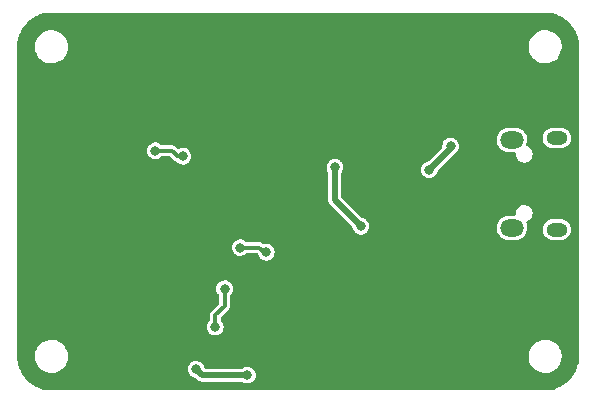
<source format=gbr>
%TF.GenerationSoftware,KiCad,Pcbnew,6.0.6-3a73a75311~116~ubuntu20.04.1*%
%TF.CreationDate,2022-07-21T13:32:12-07:00*%
%TF.ProjectId,Drone Flight Controller,44726f6e-6520-4466-9c69-67687420436f,rev?*%
%TF.SameCoordinates,Original*%
%TF.FileFunction,Copper,L2,Bot*%
%TF.FilePolarity,Positive*%
%FSLAX46Y46*%
G04 Gerber Fmt 4.6, Leading zero omitted, Abs format (unit mm)*
G04 Created by KiCad (PCBNEW 6.0.6-3a73a75311~116~ubuntu20.04.1) date 2022-07-21 13:32:12*
%MOMM*%
%LPD*%
G01*
G04 APERTURE LIST*
%TA.AperFunction,ComponentPad*%
%ADD10O,2.000000X1.450000*%
%TD*%
%TA.AperFunction,ComponentPad*%
%ADD11O,1.800000X1.150000*%
%TD*%
%TA.AperFunction,ViaPad*%
%ADD12C,0.800000*%
%TD*%
%TA.AperFunction,Conductor*%
%ADD13C,0.500000*%
%TD*%
%TA.AperFunction,Conductor*%
%ADD14C,0.300000*%
%TD*%
G04 APERTURE END LIST*
D10*
%TO.P,J1,6,Shield*%
%TO.N,unconnected-(J1-Pad6)*%
X81195000Y-84475000D03*
X81195000Y-91925000D03*
D11*
X84995000Y-92075000D03*
X84995000Y-84325000D03*
%TD*%
D12*
%TO.N,GYRO_INT*%
X56858380Y-97089851D03*
X56070023Y-100329977D03*
%TO.N,+3.3V*%
X54458380Y-103910149D03*
X58800000Y-104400000D03*
X60400000Y-94000000D03*
%TO.N,GND*%
X58200000Y-98000000D03*
%TO.N,+3.3V*%
X58200000Y-93600000D03*
%TO.N,GND*%
X47200000Y-95400000D03*
X56800000Y-103400000D03*
X43200000Y-88200000D03*
%TO.N,+3.3V*%
X53329977Y-85870023D03*
X51000000Y-85400000D03*
%TO.N,GND*%
X53600000Y-77800000D03*
X81200000Y-81200000D03*
%TO.N,VDD*%
X76000000Y-85000000D03*
X74200000Y-87000000D03*
%TO.N,GND*%
X52200000Y-101000000D03*
%TO.N,+5V*%
X68400000Y-91800000D03*
X66200000Y-86800000D03*
%TO.N,GND*%
X65800000Y-85400000D03*
X49400000Y-82400000D03*
X49077715Y-88000500D03*
X63600000Y-96600000D03*
X63400000Y-104000000D03*
X75200000Y-90000000D03*
X78200000Y-86400000D03*
X64800000Y-81200000D03*
X74600000Y-84200000D03*
X73600000Y-78200000D03*
%TD*%
D13*
%TO.N,+5V*%
X66200000Y-89600000D02*
X68400000Y-91800000D01*
X66200000Y-86800000D02*
X66200000Y-89600000D01*
%TO.N,+3.3V*%
X58800000Y-104400000D02*
X54948231Y-104400000D01*
X54948231Y-104400000D02*
X54458380Y-103910149D01*
D14*
%TO.N,GYRO_INT*%
X56070023Y-100329977D02*
X56070023Y-99329977D01*
X56070023Y-99329977D02*
X56858380Y-98541620D01*
X56858380Y-98541620D02*
X56858380Y-97089851D01*
%TO.N,+3.3V*%
X59800000Y-93600000D02*
X60200000Y-94000000D01*
X60200000Y-94000000D02*
X60400000Y-94000000D01*
X59800000Y-93600000D02*
X58200000Y-93600000D01*
X52870023Y-85870023D02*
X53329977Y-85870023D01*
X52800000Y-85800000D02*
X52870023Y-85870023D01*
X51000000Y-85400000D02*
X52400000Y-85400000D01*
X52400000Y-85400000D02*
X52800000Y-85800000D01*
D13*
%TO.N,VDD*%
X76000000Y-85200000D02*
X76000000Y-85000000D01*
X74200000Y-87000000D02*
X76000000Y-85200000D01*
%TD*%
%TA.AperFunction,Conductor*%
%TO.N,GND*%
G36*
X83984391Y-73702384D02*
G01*
X84000000Y-73705136D01*
X84010682Y-73703253D01*
X84019619Y-73703253D01*
X84034323Y-73702369D01*
X84283777Y-73715947D01*
X84308624Y-73717299D01*
X84322022Y-73718762D01*
X84620344Y-73767866D01*
X84633505Y-73770775D01*
X84924732Y-73851969D01*
X84937500Y-73856290D01*
X85218192Y-73968615D01*
X85230410Y-73974294D01*
X85497257Y-74116426D01*
X85508790Y-74123398D01*
X85758625Y-74293650D01*
X85769333Y-74301833D01*
X85801191Y-74329046D01*
X85999218Y-74498202D01*
X86008975Y-74507500D01*
X86216190Y-74727664D01*
X86224868Y-74737952D01*
X86406971Y-74979321D01*
X86414480Y-74990489D01*
X86564996Y-75242966D01*
X86569297Y-75250180D01*
X86575559Y-75262114D01*
X86657639Y-75441638D01*
X86701273Y-75537075D01*
X86706201Y-75549616D01*
X86778548Y-75767875D01*
X86801326Y-75836593D01*
X86804865Y-75849594D01*
X86868283Y-76145228D01*
X86870386Y-76158520D01*
X86883126Y-76282312D01*
X86901337Y-76459260D01*
X86901987Y-76472724D01*
X86900374Y-76732688D01*
X86899885Y-76742081D01*
X86899796Y-76743892D01*
X86899500Y-76746915D01*
X86899500Y-76749950D01*
X86899352Y-76752975D01*
X86899134Y-76752964D01*
X86898288Y-76760130D01*
X86898608Y-76760149D01*
X86897952Y-76770973D01*
X86895424Y-76781526D01*
X86896658Y-76792306D01*
X86898696Y-76810117D01*
X86899500Y-76824216D01*
X86899500Y-102762861D01*
X86897616Y-102784391D01*
X86894864Y-102800000D01*
X86896748Y-102810685D01*
X86896748Y-102820339D01*
X86897575Y-102834280D01*
X86881659Y-103117688D01*
X86880102Y-103131506D01*
X86860476Y-103247017D01*
X86827968Y-103438344D01*
X86824879Y-103451876D01*
X86738718Y-103750953D01*
X86734125Y-103764078D01*
X86615024Y-104051611D01*
X86608991Y-104064139D01*
X86458442Y-104336538D01*
X86451043Y-104348312D01*
X86270954Y-104602123D01*
X86262285Y-104612995D01*
X86054896Y-104845063D01*
X86045063Y-104854896D01*
X85812995Y-105062285D01*
X85802123Y-105070954D01*
X85548312Y-105251043D01*
X85536538Y-105258442D01*
X85264139Y-105408991D01*
X85251611Y-105415024D01*
X84964078Y-105534125D01*
X84950959Y-105538716D01*
X84651876Y-105624879D01*
X84638344Y-105627968D01*
X84484920Y-105654036D01*
X84331506Y-105680102D01*
X84317688Y-105681659D01*
X84129858Y-105692207D01*
X84034278Y-105697575D01*
X84020339Y-105696748D01*
X84010685Y-105696748D01*
X84000000Y-105694864D01*
X83984391Y-105697616D01*
X83962861Y-105699500D01*
X42237139Y-105699500D01*
X42215609Y-105697616D01*
X42200000Y-105694864D01*
X42189315Y-105696748D01*
X42179661Y-105696748D01*
X42165722Y-105697575D01*
X42070142Y-105692207D01*
X41882312Y-105681659D01*
X41868494Y-105680102D01*
X41715080Y-105654036D01*
X41561656Y-105627968D01*
X41548124Y-105624879D01*
X41249041Y-105538716D01*
X41235922Y-105534125D01*
X40948389Y-105415024D01*
X40935861Y-105408991D01*
X40663462Y-105258442D01*
X40651688Y-105251043D01*
X40397877Y-105070954D01*
X40387005Y-105062285D01*
X40154937Y-104854896D01*
X40145104Y-104845063D01*
X39937715Y-104612995D01*
X39929046Y-104602123D01*
X39748957Y-104348312D01*
X39741558Y-104336538D01*
X39591009Y-104064139D01*
X39584976Y-104051611D01*
X39465875Y-103764078D01*
X39461282Y-103750953D01*
X39375121Y-103451876D01*
X39372032Y-103438344D01*
X39339524Y-103247017D01*
X39319898Y-103131506D01*
X39318341Y-103117688D01*
X39302425Y-102834280D01*
X39303252Y-102820339D01*
X39303252Y-102810685D01*
X39305136Y-102800000D01*
X39302384Y-102784391D01*
X39300500Y-102762861D01*
X39300500Y-102733789D01*
X40795996Y-102733789D01*
X40804913Y-102971295D01*
X40805990Y-102976430D01*
X40805991Y-102976435D01*
X40835629Y-103117688D01*
X40853719Y-103203904D01*
X40855648Y-103208788D01*
X40855649Y-103208792D01*
X40873847Y-103254872D01*
X40941020Y-103424963D01*
X40943741Y-103429447D01*
X40943743Y-103429451D01*
X41037057Y-103583226D01*
X41064319Y-103628153D01*
X41220090Y-103807664D01*
X41403880Y-103958362D01*
X41408441Y-103960958D01*
X41408442Y-103960959D01*
X41605875Y-104073345D01*
X41605880Y-104073347D01*
X41610433Y-104075939D01*
X41833844Y-104157034D01*
X42067725Y-104199326D01*
X42092619Y-104200500D01*
X42259680Y-104200500D01*
X42262296Y-104200278D01*
X42262297Y-104200278D01*
X42431590Y-104185913D01*
X42436823Y-104185469D01*
X42666874Y-104125760D01*
X42883576Y-104028143D01*
X43069813Y-103902760D01*
X53752774Y-103902760D01*
X53753594Y-103910188D01*
X53753594Y-103910190D01*
X53758545Y-103955034D01*
X53771379Y-104071284D01*
X53773945Y-104078296D01*
X53773946Y-104078300D01*
X53817970Y-104198599D01*
X53829646Y-104230505D01*
X53833813Y-104236707D01*
X53833815Y-104236710D01*
X53894801Y-104327466D01*
X53924210Y-104371232D01*
X53929740Y-104376264D01*
X54044082Y-104480308D01*
X54044086Y-104480311D01*
X54049613Y-104485340D01*
X54198615Y-104566241D01*
X54261102Y-104582634D01*
X54352316Y-104606564D01*
X54408531Y-104638824D01*
X54548374Y-104778667D01*
X54551968Y-104782414D01*
X54594030Y-104828156D01*
X54601214Y-104832610D01*
X54631093Y-104851136D01*
X54640721Y-104857753D01*
X54668715Y-104879002D01*
X54668718Y-104879004D01*
X54675448Y-104884112D01*
X54683306Y-104887223D01*
X54683311Y-104887226D01*
X54689586Y-104889710D01*
X54709287Y-104899618D01*
X54722217Y-104907635D01*
X54748185Y-104915179D01*
X54764089Y-104919800D01*
X54775140Y-104923584D01*
X54807823Y-104936524D01*
X54807826Y-104936525D01*
X54815684Y-104939636D01*
X54830813Y-104941226D01*
X54852448Y-104945471D01*
X54867056Y-104949715D01*
X54874555Y-104950266D01*
X54875471Y-104950333D01*
X54875473Y-104950333D01*
X54877746Y-104950500D01*
X54912553Y-104950500D01*
X54925514Y-104951179D01*
X54957279Y-104954518D01*
X54957282Y-104954518D01*
X54965685Y-104955401D01*
X54974015Y-104953992D01*
X54974018Y-104953992D01*
X54984398Y-104952236D01*
X55005077Y-104950500D01*
X58318467Y-104950500D01*
X58388747Y-104972929D01*
X58391233Y-104975191D01*
X58397805Y-104978759D01*
X58397806Y-104978760D01*
X58414358Y-104987747D01*
X58540235Y-105056092D01*
X58596886Y-105070954D01*
X58697005Y-105097220D01*
X58697007Y-105097220D01*
X58704233Y-105099116D01*
X58787178Y-105100419D01*
X58866290Y-105101662D01*
X58866293Y-105101662D01*
X58873760Y-105101779D01*
X58996209Y-105073735D01*
X59031738Y-105065598D01*
X59031739Y-105065598D01*
X59039029Y-105063928D01*
X59119666Y-105023372D01*
X59183820Y-104991106D01*
X59183822Y-104991105D01*
X59190498Y-104987747D01*
X59196180Y-104982894D01*
X59196183Y-104982892D01*
X59313741Y-104882487D01*
X59319423Y-104877634D01*
X59418361Y-104739947D01*
X59481601Y-104582634D01*
X59496164Y-104480308D01*
X59504918Y-104418800D01*
X59504918Y-104418794D01*
X59505490Y-104414778D01*
X59505645Y-104400000D01*
X59485276Y-104231680D01*
X59445751Y-104127080D01*
X59427989Y-104080073D01*
X59427987Y-104080070D01*
X59425345Y-104073077D01*
X59419008Y-104063856D01*
X59333549Y-103939513D01*
X59333546Y-103939510D01*
X59329312Y-103933349D01*
X59282664Y-103891787D01*
X59208303Y-103825533D01*
X59208301Y-103825532D01*
X59202721Y-103820560D01*
X59188347Y-103812949D01*
X59083893Y-103757644D01*
X59052881Y-103741224D01*
X58888441Y-103699919D01*
X58802248Y-103699468D01*
X58726368Y-103699070D01*
X58726367Y-103699070D01*
X58718895Y-103699031D01*
X58697235Y-103704231D01*
X58561295Y-103736868D01*
X58561293Y-103736869D01*
X58554032Y-103738612D01*
X58547399Y-103742035D01*
X58547395Y-103742037D01*
X58480465Y-103776583D01*
X58403369Y-103816375D01*
X58397735Y-103821289D01*
X58391556Y-103825489D01*
X58390283Y-103823616D01*
X58336960Y-103848180D01*
X58318912Y-103849500D01*
X55266406Y-103849500D01*
X55199367Y-103829815D01*
X55153612Y-103777011D01*
X55145985Y-103755078D01*
X55144555Y-103749255D01*
X55143656Y-103741829D01*
X55113690Y-103662527D01*
X55086369Y-103590222D01*
X55086367Y-103590219D01*
X55083725Y-103583226D01*
X55015348Y-103483737D01*
X54991929Y-103449662D01*
X54991926Y-103449659D01*
X54987692Y-103443498D01*
X54861101Y-103330709D01*
X54846727Y-103323098D01*
X54717869Y-103254872D01*
X54711261Y-103251373D01*
X54546821Y-103210068D01*
X54460628Y-103209617D01*
X54384748Y-103209219D01*
X54384747Y-103209219D01*
X54377275Y-103209180D01*
X54355615Y-103214380D01*
X54219675Y-103247017D01*
X54219673Y-103247018D01*
X54212412Y-103248761D01*
X54205779Y-103252184D01*
X54205775Y-103252186D01*
X54138845Y-103286732D01*
X54061749Y-103326524D01*
X54056117Y-103331437D01*
X53948906Y-103424963D01*
X53933984Y-103437980D01*
X53836493Y-103576696D01*
X53774904Y-103734662D01*
X53752774Y-103902760D01*
X43069813Y-103902760D01*
X43080732Y-103895409D01*
X43252705Y-103731355D01*
X43394579Y-103540670D01*
X43423525Y-103483737D01*
X43499913Y-103333493D01*
X43499915Y-103333488D01*
X43502295Y-103328807D01*
X43525253Y-103254872D01*
X43571215Y-103106848D01*
X43572775Y-103101824D01*
X43604004Y-102866211D01*
X43599032Y-102733789D01*
X82595996Y-102733789D01*
X82604913Y-102971295D01*
X82605990Y-102976430D01*
X82605991Y-102976435D01*
X82635629Y-103117688D01*
X82653719Y-103203904D01*
X82655648Y-103208788D01*
X82655649Y-103208792D01*
X82673847Y-103254872D01*
X82741020Y-103424963D01*
X82743741Y-103429447D01*
X82743743Y-103429451D01*
X82837057Y-103583226D01*
X82864319Y-103628153D01*
X83020090Y-103807664D01*
X83203880Y-103958362D01*
X83208441Y-103960958D01*
X83208442Y-103960959D01*
X83405875Y-104073345D01*
X83405880Y-104073347D01*
X83410433Y-104075939D01*
X83633844Y-104157034D01*
X83867725Y-104199326D01*
X83892619Y-104200500D01*
X84059680Y-104200500D01*
X84062296Y-104200278D01*
X84062297Y-104200278D01*
X84231590Y-104185913D01*
X84236823Y-104185469D01*
X84466874Y-104125760D01*
X84683576Y-104028143D01*
X84880732Y-103895409D01*
X85052705Y-103731355D01*
X85194579Y-103540670D01*
X85223525Y-103483737D01*
X85299913Y-103333493D01*
X85299915Y-103333488D01*
X85302295Y-103328807D01*
X85325253Y-103254872D01*
X85371215Y-103106848D01*
X85372775Y-103101824D01*
X85404004Y-102866211D01*
X85395087Y-102628705D01*
X85367700Y-102498176D01*
X85347361Y-102401242D01*
X85347360Y-102401239D01*
X85346281Y-102396096D01*
X85258980Y-102175037D01*
X85191607Y-102064009D01*
X85138408Y-101976341D01*
X85135681Y-101971847D01*
X84979910Y-101792336D01*
X84796120Y-101641638D01*
X84678687Y-101574791D01*
X84594125Y-101526655D01*
X84594120Y-101526653D01*
X84589567Y-101524061D01*
X84366156Y-101442966D01*
X84132275Y-101400674D01*
X84107381Y-101399500D01*
X83940320Y-101399500D01*
X83937704Y-101399722D01*
X83937703Y-101399722D01*
X83926484Y-101400674D01*
X83763177Y-101414531D01*
X83533126Y-101474240D01*
X83316424Y-101571857D01*
X83119268Y-101704591D01*
X82947295Y-101868645D01*
X82805421Y-102059330D01*
X82803042Y-102064008D01*
X82803042Y-102064009D01*
X82748875Y-102170549D01*
X82697705Y-102271193D01*
X82627225Y-102498176D01*
X82595996Y-102733789D01*
X43599032Y-102733789D01*
X43595087Y-102628705D01*
X43567700Y-102498176D01*
X43547361Y-102401242D01*
X43547360Y-102401239D01*
X43546281Y-102396096D01*
X43458980Y-102175037D01*
X43391607Y-102064009D01*
X43338408Y-101976341D01*
X43335681Y-101971847D01*
X43179910Y-101792336D01*
X42996120Y-101641638D01*
X42878687Y-101574791D01*
X42794125Y-101526655D01*
X42794120Y-101526653D01*
X42789567Y-101524061D01*
X42566156Y-101442966D01*
X42332275Y-101400674D01*
X42307381Y-101399500D01*
X42140320Y-101399500D01*
X42137704Y-101399722D01*
X42137703Y-101399722D01*
X42126484Y-101400674D01*
X41963177Y-101414531D01*
X41733126Y-101474240D01*
X41516424Y-101571857D01*
X41319268Y-101704591D01*
X41147295Y-101868645D01*
X41005421Y-102059330D01*
X41003042Y-102064008D01*
X41003042Y-102064009D01*
X40948875Y-102170549D01*
X40897705Y-102271193D01*
X40827225Y-102498176D01*
X40795996Y-102733789D01*
X39300500Y-102733789D01*
X39300500Y-100322588D01*
X55364417Y-100322588D01*
X55365237Y-100330016D01*
X55365237Y-100330018D01*
X55366864Y-100344755D01*
X55383022Y-100491112D01*
X55385588Y-100498124D01*
X55385589Y-100498128D01*
X55438720Y-100643313D01*
X55441289Y-100650333D01*
X55445456Y-100656535D01*
X55445458Y-100656538D01*
X55458533Y-100675995D01*
X55535853Y-100791060D01*
X55541383Y-100796092D01*
X55655725Y-100900136D01*
X55655729Y-100900139D01*
X55661256Y-100905168D01*
X55810258Y-100986069D01*
X55905608Y-101011084D01*
X55967028Y-101027197D01*
X55967030Y-101027197D01*
X55974256Y-101029093D01*
X56057201Y-101030396D01*
X56136313Y-101031639D01*
X56136316Y-101031639D01*
X56143783Y-101031756D01*
X56266232Y-101003712D01*
X56301761Y-100995575D01*
X56301762Y-100995575D01*
X56309052Y-100993905D01*
X56384134Y-100956143D01*
X56453843Y-100921083D01*
X56453845Y-100921082D01*
X56460521Y-100917724D01*
X56466203Y-100912871D01*
X56466206Y-100912869D01*
X56583764Y-100812464D01*
X56589446Y-100807611D01*
X56688384Y-100669924D01*
X56751624Y-100512611D01*
X56775513Y-100344755D01*
X56775668Y-100329977D01*
X56755299Y-100161657D01*
X56695368Y-100003054D01*
X56686680Y-99990413D01*
X56603572Y-99869490D01*
X56603569Y-99869487D01*
X56599335Y-99863326D01*
X56562034Y-99830092D01*
X56525075Y-99770798D01*
X56520523Y-99737509D01*
X56520523Y-99567942D01*
X56540208Y-99500903D01*
X56556842Y-99480261D01*
X57152816Y-98884287D01*
X57163729Y-98874589D01*
X57183210Y-98859231D01*
X57190490Y-98853492D01*
X57223885Y-98805174D01*
X57226099Y-98802074D01*
X57261014Y-98754804D01*
X57263407Y-98747988D01*
X57267511Y-98742051D01*
X57285206Y-98686101D01*
X57286437Y-98682411D01*
X57302828Y-98635736D01*
X57302829Y-98635732D01*
X57305899Y-98626989D01*
X57306178Y-98619885D01*
X57306227Y-98619634D01*
X57308360Y-98612890D01*
X57308880Y-98606283D01*
X57308880Y-98553552D01*
X57308976Y-98548683D01*
X57310854Y-98500888D01*
X57311218Y-98491626D01*
X57309340Y-98484544D01*
X57308880Y-98476185D01*
X57308880Y-97683516D01*
X57328565Y-97616477D01*
X57352348Y-97589226D01*
X57372121Y-97572338D01*
X57377803Y-97567485D01*
X57476741Y-97429798D01*
X57539981Y-97272485D01*
X57563870Y-97104629D01*
X57564025Y-97089851D01*
X57543656Y-96921531D01*
X57483725Y-96762928D01*
X57475037Y-96750287D01*
X57391929Y-96629364D01*
X57391926Y-96629361D01*
X57387692Y-96623200D01*
X57261101Y-96510411D01*
X57246727Y-96502800D01*
X57117869Y-96434574D01*
X57111261Y-96431075D01*
X56946821Y-96389770D01*
X56860628Y-96389319D01*
X56784748Y-96388921D01*
X56784747Y-96388921D01*
X56777275Y-96388882D01*
X56755615Y-96394082D01*
X56619675Y-96426719D01*
X56619673Y-96426720D01*
X56612412Y-96428463D01*
X56605779Y-96431886D01*
X56605775Y-96431888D01*
X56538845Y-96466434D01*
X56461749Y-96506226D01*
X56333984Y-96617682D01*
X56236493Y-96756398D01*
X56174904Y-96914364D01*
X56152774Y-97082462D01*
X56153594Y-97089890D01*
X56153594Y-97089892D01*
X56155221Y-97104629D01*
X56171379Y-97250986D01*
X56173945Y-97257998D01*
X56173946Y-97258002D01*
X56227077Y-97403187D01*
X56229646Y-97410207D01*
X56233813Y-97416409D01*
X56233815Y-97416412D01*
X56246890Y-97435869D01*
X56324210Y-97550934D01*
X56347733Y-97572338D01*
X56367334Y-97590174D01*
X56403670Y-97649852D01*
X56407880Y-97681888D01*
X56407880Y-98303655D01*
X56388195Y-98370694D01*
X56371561Y-98391336D01*
X55775587Y-98987310D01*
X55764674Y-98997008D01*
X55737913Y-99018105D01*
X55732643Y-99025730D01*
X55704533Y-99066403D01*
X55702304Y-99069523D01*
X55667389Y-99116793D01*
X55664996Y-99123609D01*
X55660892Y-99129546D01*
X55658097Y-99138385D01*
X55643198Y-99185493D01*
X55641966Y-99189186D01*
X55625575Y-99235861D01*
X55625574Y-99235865D01*
X55622504Y-99244608D01*
X55622225Y-99251712D01*
X55622176Y-99251963D01*
X55620043Y-99258707D01*
X55619523Y-99265314D01*
X55619523Y-99318045D01*
X55619427Y-99322914D01*
X55617185Y-99379971D01*
X55619063Y-99387055D01*
X55619523Y-99395415D01*
X55619523Y-99736966D01*
X55599838Y-99804005D01*
X55577038Y-99830407D01*
X55545627Y-99857808D01*
X55448136Y-99996524D01*
X55386547Y-100154490D01*
X55364417Y-100322588D01*
X39300500Y-100322588D01*
X39300500Y-93592611D01*
X57494394Y-93592611D01*
X57512999Y-93761135D01*
X57515565Y-93768147D01*
X57515566Y-93768151D01*
X57536254Y-93824683D01*
X57571266Y-93920356D01*
X57575433Y-93926558D01*
X57575435Y-93926561D01*
X57622074Y-93995967D01*
X57665830Y-94061083D01*
X57671360Y-94066115D01*
X57785702Y-94170159D01*
X57785706Y-94170162D01*
X57791233Y-94175191D01*
X57940235Y-94256092D01*
X58035585Y-94281107D01*
X58097005Y-94297220D01*
X58097007Y-94297220D01*
X58104233Y-94299116D01*
X58187178Y-94300419D01*
X58266290Y-94301662D01*
X58266293Y-94301662D01*
X58273760Y-94301779D01*
X58396209Y-94273735D01*
X58431738Y-94265598D01*
X58431739Y-94265598D01*
X58439029Y-94263928D01*
X58514111Y-94226166D01*
X58583820Y-94191106D01*
X58583822Y-94191105D01*
X58590498Y-94187747D01*
X58596180Y-94182894D01*
X58596183Y-94182892D01*
X58716407Y-94080210D01*
X58780168Y-94051639D01*
X58796939Y-94050500D01*
X59562035Y-94050500D01*
X59629074Y-94070185D01*
X59649716Y-94086819D01*
X59687272Y-94124375D01*
X59716039Y-94169442D01*
X59771266Y-94320356D01*
X59775433Y-94326558D01*
X59775435Y-94326561D01*
X59788510Y-94346018D01*
X59865830Y-94461083D01*
X59871360Y-94466115D01*
X59985702Y-94570159D01*
X59985706Y-94570162D01*
X59991233Y-94575191D01*
X60140235Y-94656092D01*
X60235585Y-94681107D01*
X60297005Y-94697220D01*
X60297007Y-94697220D01*
X60304233Y-94699116D01*
X60387178Y-94700419D01*
X60466290Y-94701662D01*
X60466293Y-94701662D01*
X60473760Y-94701779D01*
X60596209Y-94673735D01*
X60631738Y-94665598D01*
X60631739Y-94665598D01*
X60639029Y-94663928D01*
X60714111Y-94626166D01*
X60783820Y-94591106D01*
X60783822Y-94591105D01*
X60790498Y-94587747D01*
X60796180Y-94582894D01*
X60796183Y-94582892D01*
X60913741Y-94482487D01*
X60919423Y-94477634D01*
X61018361Y-94339947D01*
X61081601Y-94182634D01*
X61082654Y-94175237D01*
X61104918Y-94018800D01*
X61104918Y-94018794D01*
X61105490Y-94014778D01*
X61105645Y-94000000D01*
X61096007Y-93920356D01*
X61086175Y-93839105D01*
X61086174Y-93839101D01*
X61085276Y-93831680D01*
X61076254Y-93807805D01*
X61027989Y-93680073D01*
X61027987Y-93680070D01*
X61025345Y-93673077D01*
X61021108Y-93666912D01*
X60933549Y-93539513D01*
X60933546Y-93539510D01*
X60929312Y-93533349D01*
X60802721Y-93420560D01*
X60652881Y-93341224D01*
X60488441Y-93299919D01*
X60402248Y-93299468D01*
X60326368Y-93299070D01*
X60326367Y-93299070D01*
X60318895Y-93299031D01*
X60242646Y-93317337D01*
X60172863Y-93313846D01*
X60125630Y-93280169D01*
X60124367Y-93281514D01*
X60117611Y-93275169D01*
X60111872Y-93267890D01*
X60063554Y-93234495D01*
X60060454Y-93232281D01*
X60013184Y-93197366D01*
X60006368Y-93194973D01*
X60000431Y-93190869D01*
X59944481Y-93173174D01*
X59940791Y-93171943D01*
X59894116Y-93155552D01*
X59894112Y-93155551D01*
X59885369Y-93152481D01*
X59878265Y-93152202D01*
X59878014Y-93152153D01*
X59871270Y-93150020D01*
X59864663Y-93149500D01*
X59811932Y-93149500D01*
X59807063Y-93149404D01*
X59759273Y-93147526D01*
X59759272Y-93147526D01*
X59750006Y-93147162D01*
X59742922Y-93149040D01*
X59734562Y-93149500D01*
X58794667Y-93149500D01*
X58727628Y-93129815D01*
X58712178Y-93118083D01*
X58608303Y-93025533D01*
X58608301Y-93025532D01*
X58602721Y-93020560D01*
X58588347Y-93012949D01*
X58470400Y-92950500D01*
X58452881Y-92941224D01*
X58288441Y-92899919D01*
X58202248Y-92899468D01*
X58126368Y-92899070D01*
X58126367Y-92899070D01*
X58118895Y-92899031D01*
X58097235Y-92904231D01*
X57961295Y-92936868D01*
X57961293Y-92936869D01*
X57954032Y-92938612D01*
X57947399Y-92942035D01*
X57947395Y-92942037D01*
X57930999Y-92950500D01*
X57803369Y-93016375D01*
X57675604Y-93127831D01*
X57578113Y-93266547D01*
X57516524Y-93424513D01*
X57494394Y-93592611D01*
X39300500Y-93592611D01*
X39300500Y-86792611D01*
X65494394Y-86792611D01*
X65495214Y-86800039D01*
X65495214Y-86800041D01*
X65496841Y-86814778D01*
X65512999Y-86961135D01*
X65515565Y-86968147D01*
X65515566Y-86968151D01*
X65568697Y-87113336D01*
X65571266Y-87120356D01*
X65575433Y-87126557D01*
X65575438Y-87126567D01*
X65628421Y-87205413D01*
X65649500Y-87274573D01*
X65649500Y-89585043D01*
X65649391Y-89590235D01*
X65646790Y-89652294D01*
X65648721Y-89660525D01*
X65648721Y-89660529D01*
X65656747Y-89694747D01*
X65658876Y-89706232D01*
X65664794Y-89749432D01*
X65668151Y-89757189D01*
X65670834Y-89763389D01*
X65677758Y-89784325D01*
X65681232Y-89799136D01*
X65685305Y-89806544D01*
X65702238Y-89837346D01*
X65707376Y-89847835D01*
X65721337Y-89880097D01*
X65721340Y-89880102D01*
X65724695Y-89887855D01*
X65730012Y-89894421D01*
X65730013Y-89894423D01*
X65734267Y-89899676D01*
X65746557Y-89917965D01*
X65753893Y-89931308D01*
X65760897Y-89939422D01*
X65785509Y-89964034D01*
X65794194Y-89973679D01*
X65819614Y-90005070D01*
X65835084Y-90016064D01*
X65850934Y-90029459D01*
X67673568Y-91852092D01*
X67707053Y-91913415D01*
X67709138Y-91926165D01*
X67709804Y-91932194D01*
X67712999Y-91961135D01*
X67715565Y-91968147D01*
X67715566Y-91968151D01*
X67734252Y-92019212D01*
X67771266Y-92120356D01*
X67775433Y-92126558D01*
X67775435Y-92126561D01*
X67788510Y-92146018D01*
X67865830Y-92261083D01*
X67871360Y-92266115D01*
X67985702Y-92370159D01*
X67985706Y-92370162D01*
X67991233Y-92375191D01*
X68140235Y-92456092D01*
X68235585Y-92481107D01*
X68297005Y-92497220D01*
X68297007Y-92497220D01*
X68304233Y-92499116D01*
X68387178Y-92500419D01*
X68466290Y-92501662D01*
X68466293Y-92501662D01*
X68473760Y-92501779D01*
X68596209Y-92473735D01*
X68631738Y-92465598D01*
X68631739Y-92465598D01*
X68639029Y-92463928D01*
X68755930Y-92405133D01*
X68783820Y-92391106D01*
X68783822Y-92391105D01*
X68790498Y-92387747D01*
X68796180Y-92382894D01*
X68796183Y-92382892D01*
X68913741Y-92282487D01*
X68919423Y-92277634D01*
X69018361Y-92139947D01*
X69081601Y-91982634D01*
X69088780Y-91932194D01*
X69090828Y-91917806D01*
X79889563Y-91917806D01*
X79890112Y-91923839D01*
X79890112Y-91923843D01*
X79899395Y-92025840D01*
X79907790Y-92118089D01*
X79909501Y-92123902D01*
X79909501Y-92123903D01*
X79956175Y-92282487D01*
X79964572Y-92311018D01*
X80057746Y-92489243D01*
X80151919Y-92606370D01*
X80179137Y-92640222D01*
X80183763Y-92645976D01*
X80337823Y-92775248D01*
X80514058Y-92872134D01*
X80519840Y-92873968D01*
X80519842Y-92873969D01*
X80699976Y-92931111D01*
X80699978Y-92931111D01*
X80705755Y-92932944D01*
X80740738Y-92936868D01*
X80858815Y-92950113D01*
X80858821Y-92950113D01*
X80862268Y-92950500D01*
X81520606Y-92950500D01*
X81523621Y-92950204D01*
X81523629Y-92950204D01*
X81664115Y-92936429D01*
X81664117Y-92936429D01*
X81670151Y-92935837D01*
X81862679Y-92877710D01*
X82040249Y-92783294D01*
X82196099Y-92656186D01*
X82324292Y-92501227D01*
X82331203Y-92488446D01*
X82417059Y-92329658D01*
X82417060Y-92329656D01*
X82419945Y-92324320D01*
X82479415Y-92132203D01*
X82490594Y-92025840D01*
X83790711Y-92025840D01*
X83800667Y-92215801D01*
X83851181Y-92399193D01*
X83939898Y-92567460D01*
X83944229Y-92572585D01*
X83944231Y-92572588D01*
X84058345Y-92707624D01*
X84062678Y-92712751D01*
X84068012Y-92716829D01*
X84208456Y-92824207D01*
X84208459Y-92824209D01*
X84213793Y-92828287D01*
X84219882Y-92831126D01*
X84219883Y-92831127D01*
X84367409Y-92899919D01*
X84386193Y-92908678D01*
X84392738Y-92910141D01*
X84392741Y-92910142D01*
X84484890Y-92930740D01*
X84571834Y-92950174D01*
X84577665Y-92950500D01*
X85367517Y-92950500D01*
X85509109Y-92935118D01*
X85689396Y-92874445D01*
X85852447Y-92776474D01*
X85979649Y-92656186D01*
X85985781Y-92650387D01*
X85990658Y-92645775D01*
X86040396Y-92572588D01*
X86093804Y-92494000D01*
X86093806Y-92493997D01*
X86097578Y-92488446D01*
X86100070Y-92482216D01*
X86100072Y-92482212D01*
X86165727Y-92318062D01*
X86168221Y-92311827D01*
X86169318Y-92305202D01*
X86198192Y-92130788D01*
X86198192Y-92130786D01*
X86199289Y-92124160D01*
X86189333Y-91934199D01*
X86138819Y-91750807D01*
X86076011Y-91631680D01*
X86053234Y-91588480D01*
X86053233Y-91588479D01*
X86050102Y-91582540D01*
X86006947Y-91531472D01*
X85931655Y-91442376D01*
X85931653Y-91442374D01*
X85927322Y-91437249D01*
X85843976Y-91373526D01*
X85781544Y-91325793D01*
X85781541Y-91325791D01*
X85776207Y-91321713D01*
X85703367Y-91287747D01*
X85609891Y-91244159D01*
X85603807Y-91241322D01*
X85597262Y-91239859D01*
X85597259Y-91239858D01*
X85485522Y-91214882D01*
X85418166Y-91199826D01*
X85412335Y-91199500D01*
X84622483Y-91199500D01*
X84480891Y-91214882D01*
X84300604Y-91275555D01*
X84137553Y-91373526D01*
X83999342Y-91504225D01*
X83995569Y-91509777D01*
X83995568Y-91509778D01*
X83942083Y-91588480D01*
X83892422Y-91661554D01*
X83889930Y-91667784D01*
X83889928Y-91667788D01*
X83869926Y-91717797D01*
X83821779Y-91838173D01*
X83820683Y-91844796D01*
X83820682Y-91844798D01*
X83797864Y-91982634D01*
X83790711Y-92025840D01*
X82490594Y-92025840D01*
X82500437Y-91932194D01*
X82495950Y-91882884D01*
X82484519Y-91757280D01*
X82482210Y-91731911D01*
X82452711Y-91631680D01*
X82427141Y-91544802D01*
X82427141Y-91544801D01*
X82425428Y-91538982D01*
X82422617Y-91533606D01*
X82420346Y-91527984D01*
X82421705Y-91527435D01*
X82409512Y-91466039D01*
X82435113Y-91401029D01*
X82484618Y-91365100D01*
X82484029Y-91363928D01*
X82628820Y-91291106D01*
X82628822Y-91291105D01*
X82635498Y-91287747D01*
X82641180Y-91282894D01*
X82641183Y-91282892D01*
X82758741Y-91182487D01*
X82764423Y-91177634D01*
X82863361Y-91039947D01*
X82926601Y-90882634D01*
X82950490Y-90714778D01*
X82950645Y-90700000D01*
X82930276Y-90531680D01*
X82870345Y-90373077D01*
X82861657Y-90360436D01*
X82778549Y-90239513D01*
X82778546Y-90239510D01*
X82774312Y-90233349D01*
X82647721Y-90120560D01*
X82633347Y-90112949D01*
X82504489Y-90044723D01*
X82497881Y-90041224D01*
X82333441Y-89999919D01*
X82247248Y-89999468D01*
X82171368Y-89999070D01*
X82171367Y-89999070D01*
X82163895Y-89999031D01*
X82142235Y-90004231D01*
X82006295Y-90036868D01*
X82006293Y-90036869D01*
X81999032Y-90038612D01*
X81992399Y-90042035D01*
X81992395Y-90042037D01*
X81925465Y-90076583D01*
X81848369Y-90116375D01*
X81720604Y-90227831D01*
X81623113Y-90366547D01*
X81561524Y-90524513D01*
X81539394Y-90692611D01*
X81540214Y-90700039D01*
X81540214Y-90700041D01*
X81547043Y-90761893D01*
X81534834Y-90830687D01*
X81487370Y-90881960D01*
X81423792Y-90899500D01*
X80869394Y-90899500D01*
X80866379Y-90899796D01*
X80866371Y-90899796D01*
X80725885Y-90913571D01*
X80725883Y-90913571D01*
X80719849Y-90914163D01*
X80527321Y-90972290D01*
X80349751Y-91066706D01*
X80193901Y-91193814D01*
X80065708Y-91348773D01*
X80062822Y-91354110D01*
X80062821Y-91354112D01*
X79981656Y-91504225D01*
X79970055Y-91525680D01*
X79910585Y-91717797D01*
X79889563Y-91917806D01*
X69090828Y-91917806D01*
X69104918Y-91818800D01*
X69104918Y-91818794D01*
X69105490Y-91814778D01*
X69105645Y-91800000D01*
X69098136Y-91737946D01*
X69086175Y-91639105D01*
X69086174Y-91639101D01*
X69085276Y-91631680D01*
X69052448Y-91544802D01*
X69027989Y-91480073D01*
X69027987Y-91480070D01*
X69025345Y-91473077D01*
X68997918Y-91433171D01*
X68933549Y-91339513D01*
X68933546Y-91339510D01*
X68929312Y-91333349D01*
X68864446Y-91275555D01*
X68808303Y-91225533D01*
X68808301Y-91225532D01*
X68802721Y-91220560D01*
X68791998Y-91214882D01*
X68659489Y-91144723D01*
X68652881Y-91141224D01*
X68575398Y-91121761D01*
X68508328Y-91104914D01*
X68450856Y-91072331D01*
X67733293Y-90354769D01*
X66786819Y-89408295D01*
X66753334Y-89346972D01*
X66750500Y-89320614D01*
X66750500Y-87274318D01*
X66773802Y-87201959D01*
X66813999Y-87146019D01*
X66814003Y-87146012D01*
X66818361Y-87139947D01*
X66877590Y-86992611D01*
X73494394Y-86992611D01*
X73495214Y-87000039D01*
X73495214Y-87000041D01*
X73504340Y-87082702D01*
X73512999Y-87161135D01*
X73515565Y-87168147D01*
X73515566Y-87168151D01*
X73554418Y-87274318D01*
X73571266Y-87320356D01*
X73575433Y-87326558D01*
X73575435Y-87326561D01*
X73588510Y-87346018D01*
X73665830Y-87461083D01*
X73671360Y-87466115D01*
X73785702Y-87570159D01*
X73785706Y-87570162D01*
X73791233Y-87575191D01*
X73940235Y-87656092D01*
X74035585Y-87681107D01*
X74097005Y-87697220D01*
X74097007Y-87697220D01*
X74104233Y-87699116D01*
X74187178Y-87700419D01*
X74266290Y-87701662D01*
X74266293Y-87701662D01*
X74273760Y-87701779D01*
X74396209Y-87673735D01*
X74431738Y-87665598D01*
X74431739Y-87665598D01*
X74439029Y-87663928D01*
X74514111Y-87626166D01*
X74583820Y-87591106D01*
X74583822Y-87591105D01*
X74590498Y-87587747D01*
X74596180Y-87582894D01*
X74596183Y-87582892D01*
X74713741Y-87482487D01*
X74719423Y-87477634D01*
X74818361Y-87339947D01*
X74881601Y-87182634D01*
X74889994Y-87123659D01*
X74918928Y-87060062D01*
X74925076Y-87053449D01*
X76378680Y-85599845D01*
X76382426Y-85596252D01*
X76386121Y-85592854D01*
X76405376Y-85575148D01*
X76408741Y-85572165D01*
X76519423Y-85477634D01*
X76618361Y-85339947D01*
X76681601Y-85182634D01*
X76683148Y-85171763D01*
X76704918Y-85018800D01*
X76704918Y-85018794D01*
X76705490Y-85014778D01*
X76705645Y-85000000D01*
X76701631Y-84966829D01*
X76686175Y-84839105D01*
X76686174Y-84839101D01*
X76685276Y-84831680D01*
X76651096Y-84741224D01*
X76627989Y-84680073D01*
X76627987Y-84680070D01*
X76625345Y-84673077D01*
X76616657Y-84660436D01*
X76533549Y-84539513D01*
X76533546Y-84539510D01*
X76529312Y-84533349D01*
X76471897Y-84482194D01*
X76455748Y-84467806D01*
X79889563Y-84467806D01*
X79890112Y-84473839D01*
X79890112Y-84473843D01*
X79898119Y-84561827D01*
X79907790Y-84668089D01*
X79909501Y-84673902D01*
X79909501Y-84673903D01*
X79952879Y-84821288D01*
X79964572Y-84861018D01*
X80057746Y-85039243D01*
X80127125Y-85125533D01*
X80178608Y-85189564D01*
X80183763Y-85195976D01*
X80235648Y-85239513D01*
X80302438Y-85295556D01*
X80337823Y-85325248D01*
X80514058Y-85422134D01*
X80519840Y-85423968D01*
X80519842Y-85423969D01*
X80699976Y-85481111D01*
X80699978Y-85481111D01*
X80705755Y-85482944D01*
X80760287Y-85489061D01*
X80858815Y-85500113D01*
X80858821Y-85500113D01*
X80862268Y-85500500D01*
X81423291Y-85500500D01*
X81490330Y-85520185D01*
X81536085Y-85572989D01*
X81546230Y-85640685D01*
X81539394Y-85692611D01*
X81540214Y-85700039D01*
X81540214Y-85700041D01*
X81541682Y-85713336D01*
X81557999Y-85861135D01*
X81560565Y-85868147D01*
X81560566Y-85868151D01*
X81597896Y-85970159D01*
X81616266Y-86020356D01*
X81620433Y-86026558D01*
X81620435Y-86026561D01*
X81669730Y-86099919D01*
X81710830Y-86161083D01*
X81716360Y-86166115D01*
X81830702Y-86270159D01*
X81830706Y-86270162D01*
X81836233Y-86275191D01*
X81985235Y-86356092D01*
X82080585Y-86381107D01*
X82142005Y-86397220D01*
X82142007Y-86397220D01*
X82149233Y-86399116D01*
X82232178Y-86400419D01*
X82311290Y-86401662D01*
X82311293Y-86401662D01*
X82318760Y-86401779D01*
X82441209Y-86373735D01*
X82476738Y-86365598D01*
X82476739Y-86365598D01*
X82484029Y-86363928D01*
X82576257Y-86317542D01*
X82628820Y-86291106D01*
X82628822Y-86291105D01*
X82635498Y-86287747D01*
X82641180Y-86282894D01*
X82641183Y-86282892D01*
X82758741Y-86182487D01*
X82764423Y-86177634D01*
X82863361Y-86039947D01*
X82926601Y-85882634D01*
X82927654Y-85875237D01*
X82949918Y-85718800D01*
X82949918Y-85718794D01*
X82950490Y-85714778D01*
X82950645Y-85700000D01*
X82935173Y-85572145D01*
X82931175Y-85539105D01*
X82931174Y-85539101D01*
X82930276Y-85531680D01*
X82907560Y-85471564D01*
X82872989Y-85380073D01*
X82872987Y-85380070D01*
X82870345Y-85373077D01*
X82847575Y-85339947D01*
X82778549Y-85239513D01*
X82778546Y-85239510D01*
X82774312Y-85233349D01*
X82690504Y-85158678D01*
X82653303Y-85125533D01*
X82653301Y-85125532D01*
X82647721Y-85120560D01*
X82634788Y-85113712D01*
X82504484Y-85044720D01*
X82504483Y-85044720D01*
X82497881Y-85041224D01*
X82490636Y-85039404D01*
X82488919Y-85038745D01*
X82433387Y-84996343D01*
X82409595Y-84930648D01*
X82418788Y-84876459D01*
X82419945Y-84874320D01*
X82479415Y-84682203D01*
X82500437Y-84482194D01*
X82499535Y-84472274D01*
X82487211Y-84336868D01*
X82482210Y-84281911D01*
X82480423Y-84275840D01*
X83790711Y-84275840D01*
X83800667Y-84465801D01*
X83851181Y-84649193D01*
X83939898Y-84817460D01*
X83944229Y-84822585D01*
X83944231Y-84822588D01*
X84056594Y-84955552D01*
X84062678Y-84962751D01*
X84068012Y-84966829D01*
X84208456Y-85074207D01*
X84208459Y-85074209D01*
X84213793Y-85078287D01*
X84219882Y-85081126D01*
X84219883Y-85081127D01*
X84380055Y-85155816D01*
X84386193Y-85158678D01*
X84392738Y-85160141D01*
X84392741Y-85160142D01*
X84440414Y-85170798D01*
X84571834Y-85200174D01*
X84577665Y-85200500D01*
X85367517Y-85200500D01*
X85509109Y-85185118D01*
X85556843Y-85169054D01*
X85683025Y-85126589D01*
X85683024Y-85126589D01*
X85689396Y-85124445D01*
X85852447Y-85026474D01*
X85990658Y-84895775D01*
X86005239Y-84874320D01*
X86093804Y-84744000D01*
X86093806Y-84743997D01*
X86097578Y-84738446D01*
X86100070Y-84732216D01*
X86100072Y-84732212D01*
X86165727Y-84568062D01*
X86168221Y-84561827D01*
X86171915Y-84539513D01*
X86198192Y-84380788D01*
X86198192Y-84380786D01*
X86199289Y-84374160D01*
X86189333Y-84184199D01*
X86138819Y-84000807D01*
X86050102Y-83832540D01*
X85980457Y-83750125D01*
X85931655Y-83692376D01*
X85931653Y-83692374D01*
X85927322Y-83687249D01*
X85841756Y-83621829D01*
X85781544Y-83575793D01*
X85781541Y-83575791D01*
X85776207Y-83571713D01*
X85684643Y-83529016D01*
X85609891Y-83494159D01*
X85603807Y-83491322D01*
X85597262Y-83489859D01*
X85597259Y-83489858D01*
X85485522Y-83464882D01*
X85418166Y-83449826D01*
X85412335Y-83449500D01*
X84622483Y-83449500D01*
X84480891Y-83464882D01*
X84300604Y-83525555D01*
X84137553Y-83623526D01*
X84132676Y-83628138D01*
X84005406Y-83748491D01*
X83999342Y-83754225D01*
X83995569Y-83759777D01*
X83995568Y-83759778D01*
X83897480Y-83904112D01*
X83892422Y-83911554D01*
X83889930Y-83917784D01*
X83889928Y-83917788D01*
X83859099Y-83994867D01*
X83821779Y-84088173D01*
X83820683Y-84094796D01*
X83820682Y-84094798D01*
X83792043Y-84267797D01*
X83790711Y-84275840D01*
X82480423Y-84275840D01*
X82478473Y-84269212D01*
X82427141Y-84094802D01*
X82427141Y-84094801D01*
X82425428Y-84088982D01*
X82332254Y-83910757D01*
X82238081Y-83793630D01*
X82210037Y-83758750D01*
X82210036Y-83758749D01*
X82206237Y-83754024D01*
X82052177Y-83624752D01*
X81875942Y-83527866D01*
X81870160Y-83526032D01*
X81870158Y-83526031D01*
X81690024Y-83468889D01*
X81690022Y-83468889D01*
X81684245Y-83467056D01*
X81629713Y-83460939D01*
X81531185Y-83449887D01*
X81531179Y-83449887D01*
X81527732Y-83449500D01*
X80869394Y-83449500D01*
X80866379Y-83449796D01*
X80866371Y-83449796D01*
X80725885Y-83463571D01*
X80725883Y-83463571D01*
X80719849Y-83464163D01*
X80527321Y-83522290D01*
X80349751Y-83616706D01*
X80193901Y-83743814D01*
X80065708Y-83898773D01*
X80062822Y-83904110D01*
X80062821Y-83904112D01*
X80007039Y-84007280D01*
X79970055Y-84075680D01*
X79910585Y-84267797D01*
X79889563Y-84467806D01*
X76455748Y-84467806D01*
X76408303Y-84425533D01*
X76408301Y-84425532D01*
X76402721Y-84420560D01*
X76388347Y-84412949D01*
X76259489Y-84344723D01*
X76252881Y-84341224D01*
X76088441Y-84299919D01*
X76002248Y-84299468D01*
X75926368Y-84299070D01*
X75926367Y-84299070D01*
X75918895Y-84299031D01*
X75897235Y-84304231D01*
X75761295Y-84336868D01*
X75761293Y-84336869D01*
X75754032Y-84338612D01*
X75747399Y-84342035D01*
X75747395Y-84342037D01*
X75698157Y-84367451D01*
X75603369Y-84416375D01*
X75597737Y-84421288D01*
X75521008Y-84488223D01*
X75475604Y-84527831D01*
X75378113Y-84666547D01*
X75316524Y-84824513D01*
X75294394Y-84992611D01*
X75295214Y-85000038D01*
X75295214Y-85000040D01*
X75301230Y-85054527D01*
X75289021Y-85123322D01*
X75265660Y-85155816D01*
X74148296Y-86273180D01*
X74089563Y-86306073D01*
X73961295Y-86336868D01*
X73961293Y-86336869D01*
X73954032Y-86338612D01*
X73947399Y-86342035D01*
X73947395Y-86342037D01*
X73880465Y-86376583D01*
X73803369Y-86416375D01*
X73797737Y-86421288D01*
X73752861Y-86460436D01*
X73675604Y-86527831D01*
X73578113Y-86666547D01*
X73516524Y-86824513D01*
X73494394Y-86992611D01*
X66877590Y-86992611D01*
X66881601Y-86982634D01*
X66905490Y-86814778D01*
X66905645Y-86800000D01*
X66890338Y-86673506D01*
X66886175Y-86639105D01*
X66886174Y-86639101D01*
X66885276Y-86631680D01*
X66860927Y-86567243D01*
X66827989Y-86480073D01*
X66827987Y-86480070D01*
X66825345Y-86473077D01*
X66773210Y-86397220D01*
X66733549Y-86339513D01*
X66733546Y-86339510D01*
X66729312Y-86333349D01*
X66668485Y-86279154D01*
X66608303Y-86225533D01*
X66608301Y-86225532D01*
X66602721Y-86220560D01*
X66594187Y-86216041D01*
X66521648Y-86177634D01*
X66452881Y-86141224D01*
X66288441Y-86099919D01*
X66202248Y-86099468D01*
X66126368Y-86099070D01*
X66126367Y-86099070D01*
X66118895Y-86099031D01*
X66107449Y-86101779D01*
X65961295Y-86136868D01*
X65961293Y-86136869D01*
X65954032Y-86138612D01*
X65947399Y-86142035D01*
X65947395Y-86142037D01*
X65910495Y-86161083D01*
X65803369Y-86216375D01*
X65797737Y-86221288D01*
X65687305Y-86317624D01*
X65675604Y-86327831D01*
X65578113Y-86466547D01*
X65516524Y-86624513D01*
X65494394Y-86792611D01*
X39300500Y-86792611D01*
X39300500Y-85392611D01*
X50294394Y-85392611D01*
X50295214Y-85400039D01*
X50295214Y-85400041D01*
X50304164Y-85481111D01*
X50312999Y-85561135D01*
X50315565Y-85568147D01*
X50315566Y-85568151D01*
X50327165Y-85599845D01*
X50371266Y-85720356D01*
X50375433Y-85726558D01*
X50375435Y-85726561D01*
X50436421Y-85817317D01*
X50465830Y-85861083D01*
X50471360Y-85866115D01*
X50585702Y-85970159D01*
X50585706Y-85970162D01*
X50591233Y-85975191D01*
X50740235Y-86056092D01*
X50835585Y-86081107D01*
X50897005Y-86097220D01*
X50897007Y-86097220D01*
X50904233Y-86099116D01*
X50987178Y-86100419D01*
X51066290Y-86101662D01*
X51066293Y-86101662D01*
X51073760Y-86101779D01*
X51196209Y-86073735D01*
X51231738Y-86065598D01*
X51231739Y-86065598D01*
X51239029Y-86063928D01*
X51339620Y-86013336D01*
X51383820Y-85991106D01*
X51383822Y-85991105D01*
X51390498Y-85987747D01*
X51396180Y-85982894D01*
X51396183Y-85982892D01*
X51516407Y-85880210D01*
X51580168Y-85851639D01*
X51596939Y-85850500D01*
X52162035Y-85850500D01*
X52229074Y-85870185D01*
X52249716Y-85886819D01*
X52527356Y-86164459D01*
X52537054Y-86175372D01*
X52558151Y-86202133D01*
X52606469Y-86235528D01*
X52609569Y-86237742D01*
X52656839Y-86272657D01*
X52663655Y-86275050D01*
X52669592Y-86279154D01*
X52725539Y-86296848D01*
X52729230Y-86298080D01*
X52754789Y-86307055D01*
X52797160Y-86332337D01*
X52921210Y-86445214D01*
X53070212Y-86526115D01*
X53165562Y-86551130D01*
X53226982Y-86567243D01*
X53226984Y-86567243D01*
X53234210Y-86569139D01*
X53317155Y-86570442D01*
X53396267Y-86571685D01*
X53396270Y-86571685D01*
X53403737Y-86571802D01*
X53526186Y-86543758D01*
X53561715Y-86535621D01*
X53561716Y-86535621D01*
X53569006Y-86533951D01*
X53644088Y-86496189D01*
X53713797Y-86461129D01*
X53713799Y-86461128D01*
X53720475Y-86457770D01*
X53726157Y-86452917D01*
X53726160Y-86452915D01*
X53843718Y-86352510D01*
X53849400Y-86347657D01*
X53948338Y-86209970D01*
X54011578Y-86052657D01*
X54023319Y-85970159D01*
X54034895Y-85888823D01*
X54034895Y-85888817D01*
X54035467Y-85884801D01*
X54035622Y-85870023D01*
X54033397Y-85851639D01*
X54016152Y-85709128D01*
X54016151Y-85709124D01*
X54015253Y-85701703D01*
X53976067Y-85598000D01*
X53957966Y-85550096D01*
X53957964Y-85550093D01*
X53955322Y-85543100D01*
X53942664Y-85524683D01*
X53863526Y-85409536D01*
X53863523Y-85409533D01*
X53859289Y-85403372D01*
X53732698Y-85290583D01*
X53582858Y-85211247D01*
X53418418Y-85169942D01*
X53332225Y-85169491D01*
X53256345Y-85169093D01*
X53256344Y-85169093D01*
X53248872Y-85169054D01*
X53227212Y-85174254D01*
X53091272Y-85206891D01*
X53091270Y-85206892D01*
X53084009Y-85208635D01*
X53077373Y-85212060D01*
X53077368Y-85212062D01*
X53007349Y-85248201D01*
X52938748Y-85261456D01*
X52873871Y-85235519D01*
X52862796Y-85225693D01*
X52742667Y-85105564D01*
X52732969Y-85094651D01*
X52717611Y-85075170D01*
X52711872Y-85067890D01*
X52663554Y-85034495D01*
X52660454Y-85032281D01*
X52613184Y-84997366D01*
X52606368Y-84994973D01*
X52600431Y-84990869D01*
X52544481Y-84973174D01*
X52540791Y-84971943D01*
X52494116Y-84955552D01*
X52494112Y-84955551D01*
X52485369Y-84952481D01*
X52478265Y-84952202D01*
X52478014Y-84952153D01*
X52471270Y-84950020D01*
X52464663Y-84949500D01*
X52411932Y-84949500D01*
X52407063Y-84949404D01*
X52359273Y-84947526D01*
X52359272Y-84947526D01*
X52350006Y-84947162D01*
X52342922Y-84949040D01*
X52334562Y-84949500D01*
X51594667Y-84949500D01*
X51527628Y-84929815D01*
X51512178Y-84918083D01*
X51408303Y-84825533D01*
X51408301Y-84825532D01*
X51402721Y-84820560D01*
X51388347Y-84812949D01*
X51259489Y-84744723D01*
X51252881Y-84741224D01*
X51088441Y-84699919D01*
X51002248Y-84699468D01*
X50926368Y-84699070D01*
X50926367Y-84699070D01*
X50918895Y-84699031D01*
X50897235Y-84704231D01*
X50761295Y-84736868D01*
X50761293Y-84736869D01*
X50754032Y-84738612D01*
X50747399Y-84742035D01*
X50747395Y-84742037D01*
X50680465Y-84776583D01*
X50603369Y-84816375D01*
X50597737Y-84821288D01*
X50507064Y-84900387D01*
X50475604Y-84927831D01*
X50378113Y-85066547D01*
X50316524Y-85224513D01*
X50294394Y-85392611D01*
X39300500Y-85392611D01*
X39300500Y-76637139D01*
X39302384Y-76615606D01*
X39303252Y-76610683D01*
X39305136Y-76600000D01*
X39303252Y-76589315D01*
X39303252Y-76579661D01*
X39302425Y-76565720D01*
X39304218Y-76533789D01*
X40795996Y-76533789D01*
X40796193Y-76539031D01*
X40804495Y-76760149D01*
X40804913Y-76771295D01*
X40805990Y-76776430D01*
X40805991Y-76776435D01*
X40852639Y-76998758D01*
X40853719Y-77003904D01*
X40941020Y-77224963D01*
X40943741Y-77229447D01*
X40943743Y-77229451D01*
X41011233Y-77340670D01*
X41064319Y-77428153D01*
X41220090Y-77607664D01*
X41403880Y-77758362D01*
X41408441Y-77760958D01*
X41408442Y-77760959D01*
X41605875Y-77873345D01*
X41605880Y-77873347D01*
X41610433Y-77875939D01*
X41833844Y-77957034D01*
X42067725Y-77999326D01*
X42092619Y-78000500D01*
X42259680Y-78000500D01*
X42262296Y-78000278D01*
X42262297Y-78000278D01*
X42431590Y-77985913D01*
X42436823Y-77985469D01*
X42666874Y-77925760D01*
X42883576Y-77828143D01*
X43080732Y-77695409D01*
X43252705Y-77531355D01*
X43394579Y-77340670D01*
X43396958Y-77335991D01*
X43499913Y-77133493D01*
X43499915Y-77133488D01*
X43502295Y-77128807D01*
X43572775Y-76901824D01*
X43581567Y-76835490D01*
X43603315Y-76671412D01*
X43603315Y-76671408D01*
X43604004Y-76666211D01*
X43599032Y-76533789D01*
X82595996Y-76533789D01*
X82596193Y-76539031D01*
X82604495Y-76760149D01*
X82604913Y-76771295D01*
X82605990Y-76776430D01*
X82605991Y-76776435D01*
X82652639Y-76998758D01*
X82653719Y-77003904D01*
X82741020Y-77224963D01*
X82743741Y-77229447D01*
X82743743Y-77229451D01*
X82811233Y-77340670D01*
X82864319Y-77428153D01*
X83020090Y-77607664D01*
X83203880Y-77758362D01*
X83208441Y-77760958D01*
X83208442Y-77760959D01*
X83405875Y-77873345D01*
X83405880Y-77873347D01*
X83410433Y-77875939D01*
X83633844Y-77957034D01*
X83867725Y-77999326D01*
X83892619Y-78000500D01*
X84059680Y-78000500D01*
X84062296Y-78000278D01*
X84062297Y-78000278D01*
X84231590Y-77985913D01*
X84236823Y-77985469D01*
X84466874Y-77925760D01*
X84683576Y-77828143D01*
X84880732Y-77695409D01*
X85052705Y-77531355D01*
X85194579Y-77340670D01*
X85196958Y-77335991D01*
X85299913Y-77133493D01*
X85299915Y-77133488D01*
X85302295Y-77128807D01*
X85372775Y-76901824D01*
X85381567Y-76835490D01*
X85403315Y-76671412D01*
X85403315Y-76671408D01*
X85404004Y-76666211D01*
X85395087Y-76428705D01*
X85367700Y-76298176D01*
X85347361Y-76201242D01*
X85347360Y-76201239D01*
X85346281Y-76196096D01*
X85328792Y-76151810D01*
X85260908Y-75979920D01*
X85258980Y-75975037D01*
X85250867Y-75961666D01*
X85138408Y-75776341D01*
X85135681Y-75771847D01*
X84979910Y-75592336D01*
X84796120Y-75441638D01*
X84791558Y-75439041D01*
X84594125Y-75326655D01*
X84594120Y-75326653D01*
X84589567Y-75324061D01*
X84366156Y-75242966D01*
X84132275Y-75200674D01*
X84107381Y-75199500D01*
X83940320Y-75199500D01*
X83937704Y-75199722D01*
X83937703Y-75199722D01*
X83926484Y-75200674D01*
X83763177Y-75214531D01*
X83533126Y-75274240D01*
X83316424Y-75371857D01*
X83119268Y-75504591D01*
X82947295Y-75668645D01*
X82805421Y-75859330D01*
X82803042Y-75864008D01*
X82803042Y-75864009D01*
X82748875Y-75970549D01*
X82697705Y-76071193D01*
X82696146Y-76076213D01*
X82696145Y-76076216D01*
X82672673Y-76151810D01*
X82627225Y-76298176D01*
X82626534Y-76303386D01*
X82626534Y-76303388D01*
X82604090Y-76472724D01*
X82595996Y-76533789D01*
X43599032Y-76533789D01*
X43595087Y-76428705D01*
X43567700Y-76298176D01*
X43547361Y-76201242D01*
X43547360Y-76201239D01*
X43546281Y-76196096D01*
X43528792Y-76151810D01*
X43460908Y-75979920D01*
X43458980Y-75975037D01*
X43450867Y-75961666D01*
X43338408Y-75776341D01*
X43335681Y-75771847D01*
X43179910Y-75592336D01*
X42996120Y-75441638D01*
X42991558Y-75439041D01*
X42794125Y-75326655D01*
X42794120Y-75326653D01*
X42789567Y-75324061D01*
X42566156Y-75242966D01*
X42332275Y-75200674D01*
X42307381Y-75199500D01*
X42140320Y-75199500D01*
X42137704Y-75199722D01*
X42137703Y-75199722D01*
X42126484Y-75200674D01*
X41963177Y-75214531D01*
X41733126Y-75274240D01*
X41516424Y-75371857D01*
X41319268Y-75504591D01*
X41147295Y-75668645D01*
X41005421Y-75859330D01*
X41003042Y-75864008D01*
X41003042Y-75864009D01*
X40948875Y-75970549D01*
X40897705Y-76071193D01*
X40896146Y-76076213D01*
X40896145Y-76076216D01*
X40872673Y-76151810D01*
X40827225Y-76298176D01*
X40826534Y-76303386D01*
X40826534Y-76303388D01*
X40804090Y-76472724D01*
X40795996Y-76533789D01*
X39304218Y-76533789D01*
X39318341Y-76282312D01*
X39319898Y-76268494D01*
X39368929Y-75979920D01*
X39372032Y-75961656D01*
X39375121Y-75948124D01*
X39461284Y-75649041D01*
X39465875Y-75635922D01*
X39584976Y-75348389D01*
X39591009Y-75335861D01*
X39741558Y-75063462D01*
X39748957Y-75051688D01*
X39929046Y-74797877D01*
X39937715Y-74787005D01*
X40145104Y-74554937D01*
X40154937Y-74545104D01*
X40387005Y-74337715D01*
X40397877Y-74329046D01*
X40651688Y-74148957D01*
X40663462Y-74141558D01*
X40935861Y-73991009D01*
X40948389Y-73984976D01*
X41235922Y-73865875D01*
X41249041Y-73861284D01*
X41548124Y-73775121D01*
X41561656Y-73772032D01*
X41715080Y-73745964D01*
X41868494Y-73719898D01*
X41882312Y-73718341D01*
X42070142Y-73707793D01*
X42165722Y-73702425D01*
X42179661Y-73703252D01*
X42189315Y-73703252D01*
X42200000Y-73705136D01*
X42215609Y-73702384D01*
X42237139Y-73700500D01*
X83962861Y-73700500D01*
X83984391Y-73702384D01*
G37*
%TD.AperFunction*%
%TD*%
M02*

</source>
